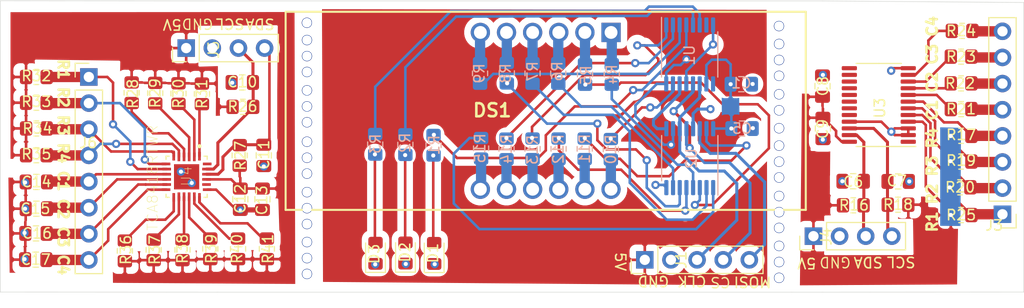
<source format=kicad_pcb>
(kicad_pcb (version 20221018) (generator pcbnew)
  (layers (0 "F.Cu" power "PWR_Signal") (1 "In1.Cu" power "GND") (2 "In2.Cu" power "GND.") (31 "B.Cu" signal "PWR_Signal_1") (34 "B.Paste" user) (35 "F.Paste" user) (36 "B.SilkS" user "B.Silkscreen") (37 "F.SilkS" user "F.Silkscreen") (38 "B.Mask" user) (39 "F.Mask" user) (44 "Edge.Cuts" user))
  (net 0 "")
  (net 1 "Serial_Data")
  (net 2 "R_Clk_CS")
  (net 3 "SR_Clk")
  (net 4 "SDA")
  (net 5 "SCL")
  (net 6 "Net-(DS1-Pad1)")
  (net 7 "Net-(DS1-Pad2)")
  (net 8 "Net-(DS1-Pad3)")
  (net 9 "Net-(DS1-Pad4)")
  (net 10 "Net-(DS1-Pad5)")
  (net 11 "Net-(DS1-Pad6)")
  (net 12 "Net-(DS1-Pad7)")
  (net 13 "Net-(DS1-Pad8)")
  (net 14 "Net-(DS1-Pad9)")
  (net 15 "Net-(DS1-Pad10)")
  (net 16 "Net-(DS1-Pad11)")
  (net 17 "Net-(DS1-Pad12)")
  (net 18 "Row1")
  (net 19 "Row2")
  (net 20 "Row3")
  (net 21 "Row4")
  (net 22 "Net-(J3-Pad5)")
  (net 23 "Net-(J3-Pad6)")
  (net 24 "Net-(J3-Pad7)")
  (net 25 "Net-(J3-Pad8)")
  (net 26 "SEG_5")
  (net 27 "SEG_4")
  (net 28 "SEG_8")
  (net 29 "SEG_3")
  (net 30 "SEG_7")
  (net 31 "DIG_4")
  (net 32 "DIG_1")
  (net 33 "SEG_1")
  (net 34 "SEG_6")
  (net 35 "DIG_2")
  (net 36 "DIG_3")
  (net 37 "SEG_2")
  (net 38 "Column1")
  (net 39 "Column2")
  (net 40 "Column3")
  (net 41 "Column4")
  (net 42 "Net-(U1-Pad7)")
  (net 43 "Net-(U1-Pad9)")
  (net 44 "Serial")
  (net 45 "Net-(U3-Pad1)")
  (net 46 "Net-(U3-Pad13)")
  (net 47 "Net-(U3-Pad14)")
  (net 48 "Net-(U3-Pad15)")
  (net 49 "Net-(U3-Pad16)")
  (net 50 "Net-(U3-Pad17)")
  (net 51 "Net-(U3-Pad18)")
  (net 52 "Net-(U3-Pad19)")
  (net 53 "Net-(U3-Pad20)")
  (net 54 "Net-(U4-Pad20)")
  (net 55 "Net-(U4-Pad24)")
  (net 56 "GND_1")
  (net 57 "5V_1")
  (net 58 "SCL_1")
  (net 59 "SDA_1")
  (net 60 "Row1_1")
  (net 61 "Row2_1")
  (net 62 "Row3_1")
  (net 63 "Row4_1")
  (net 64 "Column1_1")
  (net 65 "Column2_1")
  (net 66 "Column3_1")
  (net 67 "Column4_1")
  (net 68 "Net-(R28-Pad2)")
  (net 69 "Net-(R29-Pad2)")
  (net 70 "Net-(R30-Pad2)")
  (net 71 "Net-(R36-Pad1)")
  (net 72 "Net-(R37-Pad1)")
  (net 73 "Net-(R38-Pad1)")
  (net 74 "Net-(R39-Pad1)")
  (net 75 "Net-(R40-Pad1)")
  (net 76 "Net-(R31-Pad2)")
  (net 77 "Net-(R41-Pad1)")
  (net 78 "GND_2")
  (net 79 "5V_2")
  (net 80 "GND_3")
  (net 81 "5V_3")
  (net 82 "Net-(D1-Pad2)")
  (net 83 "Net-(D2-Pad2)")
  (net 84 "Net-(D3-Pad2)")
  (net 85 "Net-(R1-Pad2)")
  (net 86 "Net-(R2-Pad2)")
  (net 87 "Net-(R3-Pad2)")
  (footprint "Capacitor_SMD:C_0805_2012Metric_Pad1.18x1.45mm_HandSolder" (layer "F.Cu") (at 181.08 78.22 180)
    (fp_text reference "C6")
    (fp_text value "100n")
  )
  (footprint "Capacitor_SMD:C_0805_2012Metric_Pad1.18x1.45mm_HandSolder" (layer "F.Cu") (at 185.4525 78.24)
    (fp_text reference "C7")
    (fp_text value "100n")
  )
  (footprint "Capacitor_SMD:C_0805_2012Metric_Pad1.18x1.45mm_HandSolder" (layer "F.Cu") (at 178.1 68.9775 -90)
    (fp_text reference "C8")
    (fp_text value "1u")
  )
  (footprint "Capacitor_SMD:C_0805_2012Metric_Pad1.18x1.45mm_HandSolder" (layer "F.Cu") (at 178.14 73.09 90)
    (fp_text reference "C9")
    (fp_text value "100n")
  )
  (footprint "Capacitor_SMD:C_0805_2012Metric_Pad1.18x1.45mm_HandSolder" (layer "F.Cu") (at 121.7125 68.62 180)
    (fp_text reference "C10")
    (fp_text value "100n")
  )
  (footprint "Capacitor_SMD:C_0805_2012Metric_Pad1.18x1.45mm_HandSolder" (layer "F.Cu") (at 123.8 75.71 -90)
    (fp_text reference "C11")
    (fp_text value "100n")
  )
  (footprint "Capacitor_SMD:C_0805_2012Metric_Pad1.18x1.45mm_HandSolder" (layer "F.Cu") (at 121.52 79.97 90)
    (fp_text reference "C12")
    (fp_text value "1u")
  )
  (footprint "Capacitor_SMD:C_0805_2012Metric_Pad1.18x1.45mm_HandSolder" (layer "F.Cu") (at 123.67 79.97 90)
    (fp_text reference "C13")
    (fp_text value "100n")
  )
  (footprint "User_Footprint:DIPS1524W75P254L5030H825Q12N" (layer "F.Cu") (at 152.47 71.38 180)
    (fp_text reference "DS1")
    (fp_text value "LTC-5623G" hide)
  )
  (footprint "Connector_PinHeader_2.54mm:PinHeader_1x08_P2.54mm_Vertical" (layer "F.Cu") (at 195.59 81.43 180)
    (fp_text reference "J3")
    (fp_text value "Conn_01x08")
  )
  (footprint "Resistor_SMD:R_0805_2012Metric_Pad1.20x1.40mm_HandSolder" (layer "F.Cu") (at 181.09 80.56)
    (fp_text reference "R16")
    (fp_text value "4.7K")
  )
  (footprint "Resistor_SMD:R_0805_2012Metric_Pad1.20x1.40mm_HandSolder" (layer "F.Cu") (at 185.44 80.5 180)
    (fp_text reference "R18")
    (fp_text value "4.7K")
  )
  (footprint "Resistor_SMD:R_0805_2012Metric_Pad1.20x1.40mm_HandSolder" (layer "F.Cu") (at 191.57 73.81)
    (fp_text reference "R17")
    (fp_text value "10K")
  )
  (footprint "Resistor_SMD:R_0805_2012Metric_Pad1.20x1.40mm_HandSolder" (layer "F.Cu") (at 191.57 76.31)
    (fp_text reference "R19")
    (fp_text value "10K")
  )
  (footprint "Resistor_SMD:R_0805_2012Metric_Pad1.20x1.40mm_HandSolder" (layer "F.Cu") (at 191.47 78.81)
    (fp_text reference "R20")
    (fp_text value "10K")
  )
  (footprint "Resistor_SMD:R_0805_2012Metric_Pad1.20x1.40mm_HandSolder" (layer "F.Cu") (at 191.57 71.21)
    (fp_text reference "R21")
    (fp_text value "100R")
  )
  (footprint "Resistor_SMD:R_0805_2012Metric_Pad1.20x1.40mm_HandSolder" (layer "F.Cu") (at 191.57 68.71)
    (fp_text reference "R22")
    (fp_text value "100R")
  )
  (footprint "Resistor_SMD:R_0805_2012Metric_Pad1.20x1.40mm_HandSolder" (layer "F.Cu") (at 191.57 66.11)
    (fp_text reference "R23")
    (fp_text value "100R")
  )
  (footprint "Resistor_SMD:R_0805_2012Metric_Pad1.20x1.40mm_HandSolder" (layer "F.Cu") (at 191.67 63.61)
    (fp_text reference "R24")
    (fp_text value "100R")
  )
  (footprint "Resistor_SMD:R_0805_2012Metric_Pad1.20x1.40mm_HandSolder" (layer "F.Cu") (at 191.57 81.51)
    (fp_text reference "R25")
    (fp_text value "10K")
  )
  (footprint "Resistor_SMD:R_0805_2012Metric_Pad1.20x1.40mm_HandSolder" (layer "F.Cu") (at 121.77 70.99)
    (fp_text reference "R26")
    (fp_text value "4.7K")
  )
  (footprint "Resistor_SMD:R_0805_2012Metric_Pad1.20x1.40mm_HandSolder" (layer "F.Cu") (at 121.46 75.71 90)
    (fp_text reference "R27")
    (fp_text value "4.7K")
  )
  (footprint "Package_SO:TSSOP-24_4.4x7.8mm_P0.65mm" (layer "F.Cu") (at 183.57 70.81 180)
    (fp_text reference "U3")
    (fp_text value "TCA9535PWR")
  )
  (footprint "Connector_PinHeader_2.54mm:PinHeader_1x08_P2.54mm_Vertical" (layer "F.Cu") (at 106.8 68.09)
    (fp_text reference "J6")
    (fp_text value "Conn_01x08")
  )
  (footprint "Resistor_SMD:R_0805_2012Metric_Pad1.20x1.40mm_HandSolder" (layer "F.Cu") (at 117.79 69.73 -90)
    (fp_text reference "R31")
    (fp_text value "10K")
  )
  (footprint "Resistor_SMD:R_0805_2012Metric_Pad1.20x1.40mm_HandSolder" (layer "F.Cu") (at 115.51 69.7 -90)
    (fp_text reference "R30")
    (fp_text value "10K")
  )
  (footprint "Resistor_SMD:R_0805_2012Metric_Pad1.20x1.40mm_HandSolder" (layer "F.Cu") (at 113.25 69.66 -90)
    (fp_text reference "R29")
    (fp_text value "10K")
  )
  (footprint "Resistor_SMD:R_0805_2012Metric_Pad1.20x1.40mm_HandSolder" (layer "F.Cu") (at 110.96 69.62 -90)
    (fp_text reference "R28")
    (fp_text value "10K")
  )
  (footprint "Capacitor_SMD:C_0805_2012Metric_Pad1.18x1.45mm_HandSolder" (layer "F.Cu") (at 101.7 78.29 180)
    (fp_text reference "C14")
    (fp_text value "100n")
  )
  (footprint "Capacitor_SMD:C_0805_2012Metric_Pad1.18x1.45mm_HandSolder" (layer "F.Cu") (at 101.7 80.89 180)
    (fp_text reference "C15")
    (fp_text value "100n")
  )
  (footprint "Capacitor_SMD:C_0805_2012Metric_Pad1.18x1.45mm_HandSolder" (layer "F.Cu") (at 101.6625 83.29 180)
    (fp_text reference "C16")
    (fp_text value "100n")
  )
  (footprint "Capacitor_SMD:C_0805_2012Metric_Pad1.18x1.45mm_HandSolder" (layer "F.Cu") (at 101.6375 85.84 180)
    (fp_text reference "C17")
    (fp_text value "100n")
  )
  (footprint "Resistor_SMD:R_0805_2012Metric_Pad1.20x1.40mm_HandSolder" (layer "F.Cu") (at 101.7 68.09)
    (fp_text reference "R32")
    (fp_text value "10K")
  )
  (footprint "Resistor_SMD:R_0805_2012Metric_Pad1.20x1.40mm_HandSolder" (layer "F.Cu") (at 101.7 70.59)
    (fp_text reference "R33")
    (fp_text value "10K")
  )
  (footprint "Resistor_SMD:R_0805_2012Metric_Pad1.20x1.40mm_HandSolder" (layer "F.Cu") (at 101.7 73.09)
    (fp_text reference "R34")
    (fp_text value "10K")
  )
  (footprint "Resistor_SMD:R_0805_2012Metric_Pad1.20x1.40mm_HandSolder" (layer "F.Cu") (at 110.3 84.99 -90)
    (fp_text reference "R36")
    (fp_text value "10K")
  )
  (footprint "Resistor_SMD:R_0805_2012Metric_Pad1.20x1.40mm_HandSolder" (layer "F.Cu") (at 113.1 84.89 -90)
    (fp_text reference "R37")
    (fp_text value "10K")
  )
  (footprint "Resistor_SMD:R_0805_2012Metric_Pad1.20x1.40mm_HandSolder" (layer "F.Cu") (at 115.9 84.89 -90)
    (fp_text reference "R38")
    (fp_text value "10K")
  )
  (footprint "Resistor_SMD:R_0805_2012Metric_Pad1.20x1.40mm_HandSolder" (layer "F.Cu") (at 118.6 84.79 -90)
    (fp_text reference "R39")
    (fp_text value "10K")
  )
  (footprint "Resistor_SMD:R_0805_2012Metric_Pad1.20x1.40mm_HandSolder" (layer "F.Cu") (at 121.3 84.79 -90)
    (fp_text reference "R40")
    (fp_text value "10K")
  )
  (footprint "Resistor_SMD:R_0805_2012Metric_Pad1.20x1.40mm_HandSolder" (layer "F.Cu") (at 124.1 84.79 -90)
    (fp_text reference "R41")
    (fp_text value "10K")
  )
  (footprint "Resistor_SMD:R_0805_2012Metric_Pad1.20x1.40mm_HandSolder" (layer "F.Cu") (at 101.7 75.69)
    (fp_text reference "R35")
    (fp_text value "10K")
  )
  (footprint "User_Footprint:QFN50P400X400X80-25N" (layer "F.Cu") (at 116.3 77.79 -90)
    (fp_text reference "U4")
    (fp_text value "TCA8418RTWR")
  )
  (footprint "Connector_PinHeader_2.54mm:PinHeader_1x04_P2.54mm_Vertical" (layer "F.Cu") (at 177.22 83.56 90)
    (fp_text reference "J4")
    (fp_text value "Conn_01x04")
  )
  (footprint "Connector_PinHeader_2.54mm:PinHeader_1x04_P2.54mm_Vertical" (layer "F.Cu") (at 116.26 65.28 90)
    (fp_text reference "J5")
    (fp_text value "Conn_01x04")
  )
  (footprint "Connector_PinHeader_2.54mm:PinHeader_1x05_P2.54mm_Vertical" (layer "F.Cu") (at 160.83 85.86 90)
    (fp_text reference "J1")
    (fp_text value "Conn_01x05")
  )
  (footprint "LED_SMD:LED_0805_2012Metric_Pad1.15x1.40mm_HandSolder" (layer "F.Cu") (at 140.36 85.235 90)
    (fp_text reference "D1")
    (fp_text value "LED")
  )
  (footprint "LED_SMD:LED_0805_2012Metric_Pad1.15x1.40mm_HandSolder" (layer "F.Cu") (at 137.57 85.195 90)
    (fp_text reference "D2")
    (fp_text value "LED")
  )
  (footprint "LED_SMD:LED_0805_2012Metric_Pad1.15x1.40mm_HandSolder" (layer "F.Cu") (at 134.66 85.22 90)
    (fp_text reference "D3")
    (fp_text value "LED")
  )
  (footprint "Capacitor_SMD:C_0805_2012Metric_Pad1.18x1.45mm_HandSolder" (layer "B.Cu") (at 170.21 68.79)
    (fp_text reference "C1")
    (fp_text value "100n")
  )
  (footprint "Capacitor_SMD:C_0805_2012Metric_Pad1.18x1.45mm_HandSolder" (layer "B.Cu") (at 170.28 73.1)
    (fp_text reference "C5")
    (fp_text value "100n")
  )
  (footprint "Resistor_SMD:R_0805_2012Metric_Pad1.20x1.40mm_HandSolder" (layer "B.Cu") (at 157.62 67.84 -90)
    (fp_text reference "R4")
    (fp_text value "270R")
  )
  (footprint "Resistor_SMD:R_0805_2012Metric_Pad1.20x1.40mm_HandSolder" (layer "B.Cu") (at 155.02 67.84 -90)
    (fp_text reference "R5")
    (fp_text value "270R")
  )
  (footprint "Resistor_SMD:R_0805_2012Metric_Pad1.20x1.40mm_HandSolder" (layer "B.Cu") (at 152.42 67.74 -90)
    (fp_text reference "R6")
    (fp_text value "270R")
  )
  (footprint "Resistor_SMD:R_0805_2012Metric_Pad1.20x1.40mm_HandSolder" (layer "B.Cu") (at 149.92 67.74 -90)
    (fp_text reference "R7")
    (fp_text value "270R")
  )
  (footprint "Resistor_SMD:R_0805_2012Metric_Pad1.20x1.40mm_HandSolder" (layer "B.Cu") (at 147.42 67.715001 -90)
    (fp_text reference "R8")
    (fp_text value "270R")
  )
  (footprint "Resistor_SMD:R_0805_2012Metric_Pad1.20x1.40mm_HandSolder" (layer "B.Cu") (at 144.82 67.74 -90)
    (fp_text reference "R9")
    (fp_text value "270R")
  )
  (footprint "Resistor_SMD:R_0805_2012Metric_Pad1.20x1.40mm_HandSolder" (layer "B.Cu") (at 157.53 75.12 -90)
    (fp_text reference "R10")
    (fp_text value "270R")
  )
  (footprint "Resistor_SMD:R_0805_2012Metric_Pad1.20x1.40mm_HandSolder" (layer "B.Cu") (at 154.99 75.07 -90)
    (fp_text reference "R11")
    (fp_text value "270R")
  )
  (footprint "Resistor_SMD:R_0805_2012Metric_Pad1.20x1.40mm_HandSolder" (layer "B.Cu") (at 152.45 75.07 -90)
    (fp_text reference "R12")
    (fp_text value "270R")
  )
  (footprint "Resistor_SMD:R_0805_2012Metric_Pad1.20x1.40mm_HandSolder" (layer "B.Cu") (at 149.92 75.07 -90)
    (fp_text reference "R13")
    (fp_text value "270R")
  )
  (footprint "Resistor_SMD:R_0805_2012Metric_Pad1.20x1.40mm_HandSolder" (layer "B.Cu") (at 147.39 75.08 -90)
    (fp_text reference "R14")
    (fp_text value "270R")
  )
  (footprint "Resistor_SMD:R_0805_2012Metric_Pad1.20x1.40mm_HandSolder" (layer "B.Cu") (at 144.92 75.02 -90)
    (fp_text reference "R15")
    (fp_text value "270R")
  )
  (footprint "Resistor_SMD:R_0805_2012Metric_Pad1.20x1.40mm_HandSolder" (layer "B.Cu") (at 140.3 74.72 90)
    (fp_text reference "R1")
    (fp_text value "270R")
  )
  (footprint "Resistor_SMD:R_0805_2012Metric_Pad1.20x1.40mm_HandSolder" (layer "B.Cu") (at 137.56 74.66 90)
    (fp_text reference "R2")
    (fp_text value "270R")
  )
  (footprint "Resistor_SMD:R_0805_2012Metric_Pad1.20x1.40mm_HandSolder" (layer "B.Cu") (at 134.63 74.63 90)
    (fp_text reference "R3")
    (fp_text value "270R")
  )
  (footprint "Package_SO:TSSOP-16_4.4x5mm_P0.65mm" (layer "B.Cu") (at 165.19 65.9 -90)
    (fp_text reference "U1")
    (fp_text value "74HC595")
  )
  (footprint "Package_SO:TSSOP-16_4.4x5mm_P0.65mm" (layer "B.Cu") (at 165.2 75.98 90)
    (fp_text reference "U2")
    (fp_text value "74HC595")
  )
  (gr_line (start 175.1 89) (end 119.3 89) (stroke (width 0.05)) (layer "Edge.Cuts"))
  (gr_line (start 119.3 89) (end 98.19 88.99) (stroke (width 0.05)) (layer "Edge.Cuts"))
  (gr_line (start 119.3 60.7) (end 178.1 60.7) (stroke (width 0.05)) (layer "Edge.Cuts"))
  (gr_line (start 178.1 60.7) (end 197.66 60.85) (stroke (width 0.05)) (layer "Edge.Cuts"))
  (gr_line (start 197.66 60.85) (end 197.66 88.99) (stroke (width 0.05)) (layer "Edge.Cuts"))
  (gr_line (start 178.1 89) (end 197.66 88.99) (stroke (width 0.05)) (layer "Edge.Cuts"))
  (gr_line (start 119.3 60.7) (end 98.2 60.68) (stroke (width 0.05)) (layer "Edge.Cuts"))
  (gr_line (start 98.19 88.99) (end 98.2 60.68) (stroke (width 0.05)) (layer "Edge.Cuts"))
  (gr_line (start 175.1 89) (end 178.1 89) (stroke (width 0.05)) (layer "Edge.Cuts"))
  (gr_text "SDA" (at 123.43 62.93 180) (layer "F.SilkS") (effects (font (size 1 1))))
  (gr_text "SCL" (at 185.74 86.07 180) (layer "F.SilkS") (effects (font (size 1 1))))
  (gr_text "GND\n" (at 179.33 86.09 180) (layer "F.SilkS") (effects (font (size 1 1) (thickness 0.125))))
  (gr_text "SDA" (at 182.54 86.09 180) (layer "F.SilkS") (effects (font (size 1 1))))
  (gr_text "5V" (at 176.57 86.18 180) (layer "F.SilkS") (effects (font (size 1 1))))
  (gr_text "R1 R2 R3 R4 C1 C2 C3 C4" (at 188.76 72.66 90) (layer "F.SilkS") (effects (font (size 1 1) (thickness 0.25))))
  (gr_text "MOSI" (at 171.3 88 180) (layer "F.SilkS") (effects (font (size 1 1))))
  (gr_text "GND\n" (at 117.36 62.92 180) (layer "F.SilkS") (effects (font (size 1 1) (thickness 0.125))))
  (gr_text "5V" (at 114.9 62.99 180) (layer "F.SilkS") (effects (font (size 1 1))))
  (gr_text "R1 R2 R3 R4 C1 C2 C3 C4" (at 104.31 76.85 -90) (layer "F.SilkS") (effects (font (size 1 1) (thickness 0.25))))
  (gr_text "SCL" (at 120.53 62.92 180) (layer "F.SilkS") (effects (font (size 1 1))))
  (gr_text "CLK" (at 165.4 87.93 180) (layer "F.SilkS") (effects (font (size 1 1))))
  (gr_text "GND" (at 161.66 87.93 180) (layer "F.SilkS") (effects (font (size 1 1))))
  (gr_text "CS" (at 168.18 88.04 180) (layer "F.SilkS") (effects (font (size 1 1) (thickness 0.125))))
  (gr_text "5V" (at 158.45 86.04 270) (layer "F.SilkS") (effects (font (size 1 1))))
  (via (at 128 87.23) (size 1) (drill 0.9) (layers "F.Cu" "B.Cu") (net 0))
  (via (at 128 80.84) (size 1) (drill 0.9) (layers "F.Cu" "B.Cu") (net 0))
  (via (at 128 79.28) (size 1) (drill 0.9) (layers "F.Cu" "B.Cu") (net 0))
  (via (at 128 82.38) (size 1) (drill 0.9) (layers "F.Cu" "B.Cu") (net 0))
  (via (at 173.88 82.76) (size 1) (drill 0.9) (layers "F.Cu" "B.Cu") (net 0))
  (via (at 173.88 64.88) (size 1) (drill 0.9) (layers "F.Cu" "B.Cu") (net 0))
  (via (at 173.88 81.22) (size 1) (drill 0.9) (layers "F.Cu" "B.Cu") (net 0))
  (via (at 173.88 86.07) (size 1) (drill 0.9) (layers "F.Cu" "B.Cu") (net 0))
  (via (at 173.88 79.66) (size 1) (drill 0.9) (layers "F.Cu" "B.Cu") (net 0))
  (via (at 173.88 74.76) (size 1) (drill 0.9) (layers "F.Cu" "B.Cu") (net 0))
  (via (at 173.88 67.98) (size 1) (drill 0.9) (layers "F.Cu" "B.Cu") (net 0))
  (via (at 173.88 76.32) (size 1) (drill 0.9) (layers "F.Cu" "B.Cu") (net 0))
  (via (at 173.88 69.77) (size 1) (drill 0.9) (layers "F.Cu" "B.Cu") (net 0))
  (via (at 173.88 71.33) (size 1) (drill 0.9) (layers "F.Cu" "B.Cu") (net 0))
  (via (at 173.88 66.44) (size 1) (drill 0.9) (layers "F.Cu" "B.Cu") (net 0))
  (via (at 173.88 84.51) (size 1) (drill 0.9) (layers "F.Cu" "B.Cu") (net 0))
  (via (at 173.88 77.86) (size 1) (drill 0.9) (layers "F.Cu" "B.Cu") (net 0))
  (via (at 173.88 87.61) (size 1) (drill 0.9) (layers "F.Cu" "B.Cu") (net 0))
  (via (at 127.99 62.82) (size 1) (drill 0.9) (layers "F.Cu" "B.Cu") (net 0))
  (via (at 173.88 73.07) (size 1) (drill 0.9) (layers "F.Cu" "B.Cu") (net 0))
  (via (at 128 84.13) (size 1) (drill 0.9) (layers "F.Cu" "B.Cu") (net 0))
  (via (at 173.87 63.14) (size 1) (drill 0.9) (layers "F.Cu" "B.Cu") (net 0))
  (via (at 128 75.94) (size 1) (drill 0.9) (layers "F.Cu" "B.Cu") (net 0))
  (via (at 128 64.5) (size 1) (drill 0.9) (layers "F.Cu" "B.Cu") (net 0))
  (via (at 128 74.38) (size 1) (drill 0.9) (layers "F.Cu" "B.Cu") (net 0))
  (via (at 128 70.95) (size 1) (drill 0.9) (layers "F.Cu" "B.Cu") (net 0))
  (via (at 128 66.06) (size 1) (drill 0.9) (layers "F.Cu" "B.Cu") (net 0))
  (via (at 128 85.69) (size 1) (drill 0.9) (layers "F.Cu" "B.Cu") (net 0))
  (via (at 128 67.6) (size 1) (drill 0.9) (layers "F.Cu" "B.Cu") (net 0))
  (via (at 128 77.48) (size 1) (drill 0.9) (layers "F.Cu" "B.Cu") (net 0))
  (via (at 128 69.39) (size 1) (drill 0.9) (layers "F.Cu" "B.Cu") (net 0))
  (via (at 128 72.49) (size 1) (drill 0.9) (layers "F.Cu" "B.Cu") (net 0))
  (segment (start 167.19 75.51) (end 169.68 75.51) (width 0.29337) (layer "B.Cu") (net 1))
  (segment (start 166.175 73.1175) (end 166.175 74.495) (width 0.29337) (layer "B.Cu") (net 1))
  (segment (start 172.47 84.38) (end 172.47 78.3) (width 0.29337) (layer "B.Cu") (net 1))
  (segment (start 166.175 74.495) (end 167.19 75.51) (width 0.29337) (layer "B.Cu") (net 1))
  (segment (start 169.68 75.51) (end 172.47 78.3) (width 0.29337) (layer "B.Cu") (net 1))
  (segment (start 170.99 85.86) (end 172.47 84.38) (width 0.29337) (layer "B.Cu") (net 1))
  (segment (start 165.19 72.97) (end 163.63 71.41) (width 0.29337) (layer "F.Cu") (net 2))
  (segment (start 165.19 74.99) (end 165.19 72.97) (width 0.29337) (layer "F.Cu") (net 2))
  (via (at 165.19 74.99) (size 0.8) (drill 0.4) (layers "F.Cu" "B.Cu") (net 2))
  (via (at 163.63 71.41) (size 0.8) (drill 0.4) (layers "F.Cu" "B.Cu") (net 2))
  (segment (start 165.19 74.99) (end 165.19 74.99) (width 0.29337) (layer "B.Cu") (net 2))
  (segment (start 164.875 73.1175) (end 164.875 72.895) (width 0.29337) (layer "B.Cu") (net 2))
  (segment (start 165.515 69.525) (end 163.63 71.41) (width 0.29337) (layer "B.Cu") (net 2))
  (segment (start 169.08 76.43) (end 166.63 76.43) (width 0.25) (layer "B.Cu") (net 2))
  (segment (start 164.875 74.675) (end 165.19 74.99) (width 0.29337) (layer "B.Cu") (net 2))
  (segment (start 164.875 73.1175) (end 164.875 74.675) (width 0.29337) (layer "B.Cu") (net 2))
  (segment (start 169.08 76.43) (end 171.06 78.41) (width 0.29337) (layer "B.Cu") (net 2))
  (segment (start 171.06 83.25) (end 171.06 78.41) (width 0.29337) (layer "B.Cu") (net 2))
  (segment (start 164.875 72.895) (end 164.89 72.88) (width 0.29337) (layer "B.Cu") (net 2))
  (segment (start 166.63 76.43) (end 165.19 74.99) (width 0.25) (layer "B.Cu") (net 2))
  (segment (start 168.45 85.86) (end 171.06 83.25) (width 0.29337) (layer "B.Cu") (net 2))
  (segment (start 165.515 68.7625) (end 165.515 69.525) (width 0.29337) (layer "B.Cu") (net 2))
  (segment (start 166.1 77.23) (end 168.56 77.23) (width 0.29337) (layer "B.Cu") (net 3))
  (segment (start 166.165 68.7625) (end 166.165 69.915) (width 0.29337) (layer "B.Cu") (net 3))
  (segment (start 168.56 77.23) (end 169.77 78.44) (width 0.29337) (layer "B.Cu") (net 3))
  (segment (start 164.225 72.025) (end 166.165 70.085) (width 0.29337) (layer "B.Cu") (net 3))
  (segment (start 169.77 82) (end 169.77 78.44) (width 0.29337) (layer "B.Cu") (net 3))
  (segment (start 164.225 73.1175) (end 164.225 72.025) (width 0.29337) (layer "B.Cu") (net 3))
  (segment (start 164.225 75.355) (end 166.1 77.23) (width 0.29337) (layer "B.Cu") (net 3))
  (segment (start 164.225 73.1175) (end 164.225 75.355) (width 0.29337) (layer "B.Cu") (net 3))
  (segment (start 166.165 70.085) (end 166.165 69.915) (width 0.29337) (layer "B.Cu") (net 3))
  (segment (start 165.91 85.86) (end 169.77 82) (width 0.29337) (layer "B.Cu") (net 3))
  (segment (start 180.7075 73.735) (end 181.426724 73.735) (width 0.29337) (layer "F.Cu") (net 4))
  (segment (start 182.1175 74.425776) (end 182.1175 78.22) (width 0.29337) (layer "F.Cu") (net 4))
  (segment (start 182.1175 80.5325) (end 182.09 80.56) (width 0.29337) (layer "F.Cu") (net 4))
  (segment (start 182.09 83.35) (end 182.3 83.56) (width 0.29337) (layer "F.Cu") (net 4))
  (segment (start 182.09 80.56) (end 182.09 83.35) (width 0.29337) (layer "F.Cu") (net 4))
  (segment (start 181.426724 73.735) (end 182.1175 74.425776) (width 0.29337) (layer "F.Cu") (net 4))
  (segment (start 182.1175 78.22) (end 182.1175 80.5325) (width 0.29337) (layer "F.Cu") (net 4))
  (segment (start 184.415 78.24) (end 184.415 80.475) (width 0.29337) (layer "F.Cu") (net 5))
  (segment (start 184.44 83.16) (end 184.84 83.56) (width 0.29337) (layer "F.Cu") (net 5))
  (segment (start 184.44 80.5) (end 184.44 83.16) (width 0.29337) (layer "F.Cu") (net 5))
  (segment (start 184.415 74.425) (end 184.415 78.24) (width 0.29337) (layer "F.Cu") (net 5))
  (segment (start 184.415 80.475) (end 184.44 80.5) (width 0.29337) (layer "F.Cu") (net 5))
  (segment (start 183.075 73.085) (end 184.415 74.425) (width 0.29337) (layer "F.Cu") (net 5))
  (segment (start 180.7075 73.085) (end 183.075 73.085) (width 0.29337) (layer "F.Cu") (net 5))
  (segment (start 157.62 66.84) (end 157.62 63.83) (width 1) (layer "B.Cu") (net 6))
  (segment (start 157.62 63.83) (end 157.55 63.76) (width 1) (layer "B.Cu") (net 6))
  (segment (start 155.02 63.77) (end 155.01 63.76) (width 1) (layer "B.Cu") (net 7))
  (segment (start 155.02 66.84) (end 155.02 63.77) (width 1) (layer "B.Cu") (net 7))
  (segment (start 152.42 63.81) (end 152.47 63.76) (width 1) (layer "B.Cu") (net 8))
  (segment (start 152.42 66.74) (end 152.42 63.81) (width 1) (layer "B.Cu") (net 8))
  (segment (start 149.92 66.74) (end 149.92 63.77) (width 1) (layer "B.Cu") (net 9))
  (segment (start 149.92 63.77) (end 149.93 63.76) (width 1) (layer "B.Cu") (net 9))
  (segment (start 147.42 63.79) (end 147.39 63.76) (width 1) (layer "B.Cu") (net 10))
  (segment (start 147.42 66.715001) (end 147.42 63.79) (width 1) (layer "B.Cu") (net 10))
  (segment (start 144.82 66.74) (end 144.82 63.79) (width 1) (layer "B.Cu") (net 11))
  (segment (start 144.82 63.79) (end 144.85 63.76) (width 1) (layer "B.Cu") (net 11))
  (segment (start 144.92 78.93) (end 144.85 79) (width 1) (layer "B.Cu") (net 12))
  (segment (start 144.92 76.02) (end 144.92 78.93) (width 1) (layer "B.Cu") (net 12))
  (segment (start 147.39 76.08) (end 147.39 79) (width 1) (layer "B.Cu") (net 13))
  (segment (start 149.92 78.99) (end 149.93 79) (width 1) (layer "B.Cu") (net 14))
  (segment (start 149.92 76.07) (end 149.92 78.99) (width 1) (layer "B.Cu") (net 14))
  (segment (start 152.45 76.07) (end 152.45 78.98) (width 1) (layer "B.Cu") (net 15))
  (segment (start 152.45 78.98) (end 152.47 79) (width 1) (layer "B.Cu") (net 15))
  (segment (start 154.99 78.98) (end 155.01 79) (width 1) (layer "B.Cu") (net 16))
  (segment (start 154.99 76.07) (end 154.99 78.98) (width 1) (layer "B.Cu") (net 16))
  (segment (start 157.53 76.12) (end 157.53 78.98) (width 1) (layer "B.Cu") (net 17))
  (segment (start 157.53 78.98) (end 157.55 79) (width 1) (layer "B.Cu") (net 17))
  (segment (start 187.81218 72.435) (end 188.13998 72.7628) (width 0.25) (layer "F.Cu") (net 18))
  (segment (start 189.53 80.15) (end 191.21 80.15) (width 0.25) (layer "F.Cu") (net 18))
  (segment (start 188.13998 72.7628) (end 188.13998 78.75998) (width 0.25) (layer "F.Cu") (net 18))
  (segment (start 186.4325 72.435) (end 187.81218 72.435) (width 0.25) (layer "F.Cu") (net 18))
  (segment (start 188.13998 78.75998) (end 189.53 80.15) (width 0.25) (layer "F.Cu") (net 18))
  (segment (start 192.65 81.43) (end 192.57 81.51) (width 1) (layer "F.Cu") (net 18))
  (segment (start 195.51 81.51) (end 195.59 81.43) (width 1) (layer "F.Cu") (net 18))
  (segment (start 191.21 80.15) (end 192.57 81.51) (width 0.25) (layer "F.Cu") (net 18))
  (segment (start 195.59 81.43) (end 192.65 81.43) (width 1) (layer "F.Cu") (net 18))
  (segment (start 190.20681 77.56) (end 190.19681 77.57) (width 0.25) (layer "F.Cu") (net 19))
  (segment (start 192.55 78.89) (end 192.47 78.81) (width 1) (layer "F.Cu") (net 19))
  (segment (start 186.4325 71.785) (end 187.79859 71.785) (width 0.25) (layer "F.Cu") (net 19))
  (segment (start 190.19681 77.57) (end 188.58999 75.96318) (width 0.25) (layer "F.Cu") (net 19))
  (segment (start 187.79859 71.785) (end 188.58999 72.5764) (width 0.25) (layer "F.Cu") (net 19))
  (segment (start 188.58999 72.5764) (end 188.58999 75.96318) (width 0.25) (layer "F.Cu") (net 19))
  (segment (start 192.47 78.81) (end 191.22 77.56) (width 0.25) (layer "F.Cu") (net 19))
  (segment (start 191.22 77.56) (end 190.20681 77.56) (width 0.25) (layer "F.Cu") (net 19))
  (segment (start 195.59 78.89) (end 192.55 78.89) (width 1) (layer "F.Cu") (net 19))
  (segment (start 187.785 71.135) (end 189.04 72.39) (width 0.25) (layer "F.Cu") (net 20))
  (segment (start 192.57 76.31) (end 191.37 75.11) (width 0.25) (layer "F.Cu") (net 20))
  (segment (start 192.61 76.35) (end 192.57 76.31) (width 1) (layer "F.Cu") (net 20))
  (segment (start 191.37 75.11) (end 189.68 75.11) (width 0.25) (layer "F.Cu") (net 20))
  (segment (start 186.4325 71.135) (end 187.785 71.135) (width 0.25) (layer "F.Cu") (net 20))
  (segment (start 189.68 75.11) (end 189.04 74.47) (width 0.25) (layer "F.Cu") (net 20))
  (segment (start 195.59 76.35) (end 192.61 76.35) (width 1) (layer "F.Cu") (net 20))
  (segment (start 189.04 74.47) (end 189.04 72.39) (width 0.25) (layer "F.Cu") (net 20))
  (segment (start 189.9 72.5) (end 187.885 70.485) (width 0.25) (layer "F.Cu") (net 21))
  (segment (start 195.59 73.81) (end 192.57 73.81) (width 1) (layer "F.Cu") (net 21))
  (segment (start 192.57 73.81) (end 191.26 72.5) (width 0.25) (layer "F.Cu") (net 21))
  (segment (start 191.26 72.5) (end 189.9 72.5) (width 0.25) (layer "F.Cu") (net 21))
  (segment (start 187.885 70.485) (end 186.4325 70.485) (width 0.25) (layer "F.Cu") (net 21))
  (segment (start 195.59 71.27) (end 192.63 71.27) (width 1) (layer "F.Cu") (net 22))
  (segment (start 192.63 71.27) (end 192.57 71.21) (width 1) (layer "F.Cu") (net 22))
  (segment (start 192.59 68.73) (end 192.57 68.71) (width 1) (layer "F.Cu") (net 23))
  (segment (start 195.59 68.73) (end 192.59 68.73) (width 1) (layer "F.Cu") (net 23))
  (segment (start 195.59 66.19) (end 192.65 66.19) (width 1) (layer "F.Cu") (net 24))
  (segment (start 192.65 66.19) (end 192.57 66.11) (width 1) (layer "F.Cu") (net 24))
  (segment (start 195.59 63.65) (end 192.71 63.65) (width 1) (layer "F.Cu") (net 25))
  (segment (start 192.71 63.65) (end 192.67 63.61) (width 1) (layer "F.Cu") (net 25))
  (segment (start 164.77 76.62) (end 165.525 77.375) (width 0.25) (layer "B.Cu") (net 26))
  (segment (start 157.62 70.24) (end 164 76.62) (width 0.25) (layer "B.Cu") (net 26))
  (segment (start 164 76.62) (end 164.77 76.62) (width 0.25) (layer "B.Cu") (net 26))
  (segment (start 165.525 77.375) (end 165.525 78.8425) (width 0.25) (layer "B.Cu") (net 26))
  (segment (start 157.62 68.84) (end 157.62 70.24) (width 0.25) (layer "B.Cu") (net 26))
  (segment (start 171.81 70.74) (end 172.89 71.82) (width 0.25) (layer "F.Cu") (net 27))
  (segment (start 172.89 71.82) (end 172.89 75.02) (width 0.25) (layer "F.Cu") (net 27))
  (segment (start 158.505001 68.634999) (end 166.294999 68.634999) (width 0.25) (layer "F.Cu") (net 27))
  (segment (start 155.09 68.87) (end 155.05 68.83) (width 0.25) (layer "F.Cu") (net 27))
  (segment (start 155.05 68.83) (end 158.31 68.83) (width 0.25) (layer "F.Cu") (net 27))
  (segment (start 167.38 80.53) (end 165.7 80.53) (width 0.25) (layer "F.Cu") (net 27))
  (segment (start 158.31 68.83) (end 158.505001 68.634999) (width 0.25) (layer "F.Cu") (net 27))
  (segment (start 166.294999 68.634999) (end 168.4 70.74) (width 0.25) (layer "F.Cu") (net 27))
  (segment (start 172.89 75.02) (end 167.38 80.53) (width 0.25) (layer "F.Cu") (net 27))
  (segment (start 168.4 70.74) (end 171.81 70.74) (width 0.25) (layer "F.Cu") (net 27))
  (via (at 165.7 80.53) (size 0.8) (drill 0.4) (layers "F.Cu" "B.Cu") (net 27))
  (via (at 155.05 68.83) (size 0.8) (drill 0.4) (layers "F.Cu" "B.Cu") (net 27))
  (segment (start 165.7 80.53) (end 165.7 80.53) (width 0.25) (layer "B.Cu") (net 27))
  (segment (start 166.175 78.8425) (end 166.175 80.055) (width 0.25) (layer "B.Cu") (net 27))
  (segment (start 166.175 80.055) (end 165.7 80.53) (width 0.25) (layer "B.Cu") (net 27))
  (segment (start 157.58641 70.97) (end 163.575 76.95859) (width 0.25) (layer "B.Cu") (net 28))
  (segment (start 163.575 76.95859) (end 163.575 78.8425) (width 0.25) (layer "B.Cu") (net 28))
  (segment (start 154.65 70.97) (end 157.58641 70.97) (width 0.25) (layer "B.Cu") (net 28))
  (segment (start 154.65 70.97) (end 152.42 68.74) (width 0.25) (layer "B.Cu") (net 28))
  (segment (start 157.75 71.77) (end 152.95 71.77) (width 0.25) (layer "B.Cu") (net 29))
  (segment (start 162.96 81.96) (end 159.37 78.37) (width 0.25) (layer "B.Cu") (net 29))
  (segment (start 166.825 80.605) (end 165.47 81.96) (width 0.25) (layer "B.Cu") (net 29))
  (segment (start 166.825 78.8425) (end 166.825 80.605) (width 0.25) (layer "B.Cu") (net 29))
  (segment (start 159.37 78.37) (end 159.37 73.39) (width 0.25) (layer "B.Cu") (net 29))
  (segment (start 159.37 73.39) (end 157.75 71.77) (width 0.25) (layer "B.Cu") (net 29))
  (segment (start 165.47 81.96) (end 162.96 81.96) (width 0.25) (layer "B.Cu") (net 29))
  (segment (start 152.95 71.77) (end 149.92 68.74) (width 0.25) (layer "B.Cu") (net 29))
  (segment (start 156.22 72.62) (end 156.22 72.62) (width 0.25) (layer "F.Cu") (net 30))
  (segment (start 156.22 74.24) (end 156.22 72.62) (width 0.25) (layer "F.Cu") (net 30))
  (segment (start 157.11 75.13) (end 156.22 74.24) (width 0.25) (layer "F.Cu") (net 30))
  (segment (start 161.02 76.18) (end 159.97 75.13) (width 0.25) (layer "F.Cu") (net 30))
  (segment (start 159.97 75.13) (end 157.11 75.13) (width 0.25) (layer "F.Cu") (net 30))
  (via (at 147.45 68.7) (size 0.8) (drill 0.4) (layers "F.Cu" "B.Cu") (net 30))
  (via (at 161.02 76.18) (size 0.8) (drill 0.4) (layers "F.Cu" "B.Cu") (net 30))
  (via (at 156.22 72.62) (size 0.8) (drill 0.4) (layers "F.Cu" "B.Cu") (net 30))
  (segment (start 161.02 76.18) (end 161.02 76.18) (width 0.25) (layer "B.Cu") (net 30))
  (segment (start 156.22 72.62) (end 151.324999 72.62) (width 0.25) (layer "B.Cu") (net 30))
  (segment (start 164.225 80.455) (end 164.03 80.65) (width 0.25) (layer "B.Cu") (net 30))
  (segment (start 162.83 80.65) (end 161.02 78.84) (width 0.25) (layer "B.Cu") (net 30))
  (segment (start 164.03 80.65) (end 162.83 80.65) (width 0.25) (layer "B.Cu") (net 30))
  (segment (start 164.225 78.8425) (end 164.225 80.455) (width 0.25) (layer "B.Cu") (net 30))
  (segment (start 151.324999 72.62) (end 147.42 68.715001) (width 0.25) (layer "B.Cu") (net 30))
  (segment (start 161.02 78.84) (end 161.02 76.18) (width 0.25) (layer "B.Cu") (net 30))
  (segment (start 145.15 68.74) (end 146.100009 67.789991) (width 0.25) (layer "B.Cu") (net 31))
  (segment (start 144.82 68.74) (end 145.15 68.74) (width 0.25) (layer "B.Cu") (net 31))
  (segment (start 161.190009 67.789991) (end 164.215 64.765) (width 0.25) (layer "B.Cu") (net 31))
  (segment (start 146.100009 67.789991) (end 161.190009 67.789991) (width 0.25) (layer "B.Cu") (net 31))
  (segment (start 164.215 64.765) (end 164.215 63.0375) (width 0.25) (layer "B.Cu") (net 31))
  (segment (start 161.36 71.05) (end 160.55 71.05) (width 0.25) (layer "F.Cu") (net 32))
  (segment (start 160.55 71.05) (end 157.52 74.08) (width 0.25) (layer "F.Cu") (net 32))
  (via (at 157.52 74.08) (size 0.8) (drill 0.4) (layers "F.Cu" "B.Cu") (net 32))
  (via (at 161.36 71.05) (size 0.8) (drill 0.4) (layers "F.Cu" "B.Cu") (net 32))
  (segment (start 163.565 69.495) (end 163.565 68.7625) (width 0.25) (layer "B.Cu") (net 32))
  (segment (start 161.36 71.05) (end 162.01 71.05) (width 0.25) (layer "B.Cu") (net 32))
  (segment (start 162.01 71.05) (end 163.565 69.495) (width 0.25) (layer "B.Cu") (net 32))
  (segment (start 163.565 68.7625) (end 163.565 69.5) (width 0.25) (layer "B.Cu") (net 32))
  (segment (start 163.2 77.73) (end 160.11 77.73) (width 0.25) (layer "F.Cu") (net 33))
  (segment (start 160.11 77.73) (end 158.42 76.04) (width 0.25) (layer "F.Cu") (net 33))
  (segment (start 158.42 76.04) (end 157.01 76.04) (width 0.25) (layer "F.Cu") (net 33))
  (segment (start 157.01 76.04) (end 155 74.03) (width 0.25) (layer "F.Cu") (net 33))
  (segment (start 164.71 76.22) (end 163.2 77.73) (width 0.25) (layer "F.Cu") (net 33))
  (segment (start 164.71 76.22) (end 169.24 76.22) (width 0.25) (layer "F.Cu") (net 33))
  (segment (start 169.24 76.22) (end 170.71 74.75) (width 0.25) (layer "F.Cu") (net 33))
  (via (at 170.71 74.75) (size 0.8) (drill 0.4) (layers "F.Cu" "B.Cu") (net 33))
  (via (at 155 74.03) (size 0.8) (drill 0.4) (layers "F.Cu" "B.Cu") (net 33))
  (segment (start 170.71 74.75) (end 170.71 74.75) (width 0.25) (layer "B.Cu") (net 33))
  (segment (start 167.21 74.75) (end 170.71 74.75) (width 0.25) (layer "B.Cu") (net 33))
  (segment (start 166.825 73.1175) (end 166.825 74.365) (width 0.25) (layer "B.Cu") (net 33))
  (segment (start 166.825 74.365) (end 167.21 74.75) (width 0.25) (layer "B.Cu") (net 33))
  (segment (start 164.76 81.08) (end 162.51 81.08) (width 0.25) (layer "F.Cu") (net 34))
  (segment (start 158.53 77.1) (end 154.35 77.1) (width 0.25) (layer "F.Cu") (net 34))
  (segment (start 162.51 81.08) (end 158.53 77.1) (width 0.25) (layer "F.Cu") (net 34))
  (segment (start 154.35 77.1) (end 152.48 75.23) (width 0.25) (layer "F.Cu") (net 34))
  (segment (start 152.48 75.23) (end 152.48 74.02) (width 0.25) (layer "F.Cu") (net 34))
  (via (at 164.76 81.08) (size 0.8) (drill 0.4) (layers "F.Cu" "B.Cu") (net 34))
  (via (at 152.48 74.02) (size 0.8) (drill 0.4) (layers "F.Cu" "B.Cu") (net 34))
  (segment (start 164.76 81.08) (end 164.76 81.08) (width 0.25) (layer "B.Cu") (net 34))
  (segment (start 164.875 78.8425) (end 164.875 80.965) (width 0.25) (layer "B.Cu") (net 34))
  (segment (start 164.875 80.965) (end 164.76 81.08) (width 0.25) (layer "B.Cu") (net 34))
  (segment (start 160.82 65.02) (end 162.14 66.34) (width 0.25) (layer "F.Cu") (net 35))
  (segment (start 162.14 66.34) (end 162.14 66.66) (width 0.25) (layer "F.Cu") (net 35))
  (segment (start 162.14 66.66) (end 160.9 67.9) (width 0.25) (layer "F.Cu") (net 35))
  (segment (start 154.906998 67.9) (end 149.87 72.936998) (width 0.25) (layer "F.Cu") (net 35))
  (segment (start 149.87 72.936998) (end 149.87 74.01) (width 0.25) (layer "F.Cu") (net 35))
  (segment (start 160.9 67.9) (end 154.906998 67.9) (width 0.25) (layer "F.Cu") (net 35))
  (segment (start 160.1 65.02) (end 160.82 65.02) (width 0.25) (layer "F.Cu") (net 35))
  (via (at 149.87 74.01) (size 0.8) (drill 0.4) (layers "F.Cu" "B.Cu") (net 35))
  (via (at 160.1 65.02) (size 0.8) (drill 0.4) (layers "F.Cu" "B.Cu") (net 35))
  (segment (start 160.1 65.02) (end 160.1 65.02) (width 0.25) (layer "B.Cu") (net 35))
  (segment (start 162.915 63.0375) (end 162.915 64.245) (width 0.25) (layer "B.Cu") (net 35))
  (segment (start 162.14 65.02) (end 160.1 65.02) (width 0.25) (layer "B.Cu") (net 35))
  (segment (start 162.915 64.245) (end 162.14 65.02) (width 0.25) (layer "B.Cu") (net 35))
  (segment (start 147.38 74.02) (end 154.66 66.74) (width 0.25) (layer "F.Cu") (net 36))
  (segment (start 154.66 66.74) (end 159.9 66.74) (width 0.25) (layer "F.Cu") (net 36))
  (via (at 159.9 66.74) (size 0.8) (drill 0.4) (layers "F.Cu" "B.Cu") (net 36))
  (via (at 147.38 74.02) (size 0.8) (drill 0.4) (layers "F.Cu" "B.Cu") (net 36))
  (segment (start 159.9 66.74) (end 159.9 66.74) (width 0.25) (layer "B.Cu") (net 36))
  (segment (start 163.565 64.385) (end 161.21 66.74) (width 0.25) (layer "B.Cu") (net 36))
  (segment (start 161.21 66.74) (end 159.9 66.74) (width 0.25) (layer "B.Cu") (net 36))
  (segment (start 163.565 63.0375) (end 163.565 64.385) (width 0.25) (layer "B.Cu") (net 36))
  (segment (start 142.27 80.38) (end 144.76 82.87) (width 0.25) (layer "B.Cu") (net 37))
  (segment (start 167.475 81.215) (end 167.475 78.8425) (width 0.25) (layer "B.Cu") (net 37))
  (segment (start 144.92 74.02) (end 143.79 74.02) (width 0.25) (layer "B.Cu") (net 37))
  (segment (start 143.79 74.02) (end 142.27 75.54) (width 0.25) (layer "B.Cu") (net 37))
  (segment (start 165.82 82.87) (end 167.475 81.215) (width 0.25) (layer "B.Cu") (net 37))
  (segment (start 144.76 82.87) (end 165.82 82.87) (width 0.25) (layer "B.Cu") (net 37))
  (segment (start 142.27 75.54) (end 142.27 80.38) (width 0.25) (layer "B.Cu") (net 37))
  (segment (start 186.4325 69.835) (end 189.195 69.835) (width 0.25) (layer "F.Cu") (net 38))
  (segment (start 189.195 69.835) (end 190.57 71.21) (width 0.25) (layer "F.Cu") (net 38))
  (segment (start 186.4325 69.185) (end 190.095 69.185) (width 0.25) (layer "F.Cu") (net 39))
  (segment (start 190.095 69.185) (end 190.57 68.71) (width 0.25) (layer "F.Cu") (net 39))
  (segment (start 186.4325 68.535) (end 188.145 68.535) (width 0.25) (layer "F.Cu") (net 40))
  (segment (start 188.145 68.535) (end 190.57 66.11) (width 0.25) (layer "F.Cu") (net 40))
  (segment (start 188.39 64.54) (end 188.39 66.616058) (width 0.25) (layer "F.Cu") (net 41))
  (segment (start 187.121058 67.885) (end 186.4325 67.885) (width 0.25) (layer "F.Cu") (net 41))
  (segment (start 189.32 63.61) (end 188.39 64.54) (width 0.25) (layer "F.Cu") (net 41))
  (segment (start 188.39 66.616058) (end 187.121058 67.885) (width 0.25) (layer "F.Cu") (net 41))
  (segment (start 190.67 63.61) (end 189.32 63.61) (width 0.25) (layer "F.Cu") (net 41))
  (segment (start 164.215 69.719904) (end 164.215 68.7625) (width 0.29337) (layer "B.Cu") (net 44))
  (segment (start 161.67 72.76) (end 161.67 72.264904) (width 0.29337) (layer "B.Cu") (net 44))
  (segment (start 162.925 73.1175) (end 162.0275 73.1175) (width 0.29337) (layer "B.Cu") (net 44))
  (segment (start 161.67 72.264904) (end 164.215 69.719904) (width 0.29337) (layer "B.Cu") (net 44))
  (segment (start 162.0275 73.1175) (end 161.67 72.76) (width 0.29337) (layer "B.Cu") (net 44))
  (via (at 167.21 71.21) (size 0.8) (drill 0.4) (layers "F.Cu" "B.Cu") (net 56))
  (via (at 171.31 68.77) (size 0.8) (drill 0.4) (layers "F.Cu" "B.Cu") (net 56))
  (via (at 140.41 86.28) (size 0.8) (drill 0.4) (layers "F.Cu" "B.Cu") (net 56))
  (via (at 137.6 86.26) (size 0.8) (drill 0.4) (layers "F.Cu" "B.Cu") (net 56))
  (via (at 134.63 86.3) (size 0.8) (drill 0.4) (layers "F.Cu" "B.Cu") (net 56))
  (via (at 161.87 78.58) (size 0.8) (drill 0.4) (layers "F.Cu" "B.Cu") (net 56))
  (via (at 167.46 64.93) (size 0.8) (drill 0.4) (layers "F.Cu" "B.Cu") (net 56))
  (via (at 171.33 73.06) (size 0.8) (drill 0.4) (layers "F.Cu" "B.Cu") (net 56))
  (segment (start 167.21 71.21) (end 167.21 71.21) (width 0.29337) (layer "B.Cu") (net 56))
  (segment (start 165.525 73.1175) (end 165.525 71.645) (width 0.29337) (layer "B.Cu") (net 56))
  (segment (start 167.465 64.925) (end 167.46 64.93) (width 0.25) (layer "B.Cu") (net 56))
  (segment (start 162.6625 78.58) (end 162.925 78.8425) (width 0.25) (layer "B.Cu") (net 56))
  (segment (start 166.713276 71.21) (end 167.21 71.21) (width 0.29337) (layer "B.Cu") (net 56))
  (segment (start 161.87 78.58) (end 162.6625 78.58) (width 0.25) (layer "B.Cu") (net 56))
  (segment (start 165.96 71.21) (end 166.713276 71.21) (width 0.29337) (layer "B.Cu") (net 56))
  (segment (start 164.865 67.525) (end 167.46 64.93) (width 0.25) (layer "B.Cu") (net 56))
  (segment (start 165.525 71.645) (end 165.96 71.21) (width 0.29337) (layer "B.Cu") (net 56))
  (segment (start 164.865 68.7625) (end 164.865 67.525) (width 0.25) (layer "B.Cu") (net 56))
  (segment (start 167.465 63.0375) (end 167.465 64.925) (width 0.25) (layer "B.Cu") (net 56))
  (via (at 163.385 74.675) (size 0.8) (drill 0.4) (layers "F.Cu" "B.Cu") (net 57))
  (via (at 169.1725 68.79) (size 0.8) (drill 0.4) (layers "F.Cu" "B.Cu") (net 57))
  (via (at 169.2425 73.1) (size 0.8) (drill 0.4) (layers "F.Cu" "B.Cu") (net 57))
  (via (at 164.87 66.37) (size 0.8) (drill 0.4) (layers "F.Cu" "B.Cu") (net 57))
  (segment (start 169.1725 68.79) (end 169.1725 68.79) (width 0.25) (layer "B.Cu") (net 57))
  (segment (start 169.2425 73.1) (end 167.4925 73.1) (width 0.25) (layer "B.Cu") (net 57))
  (segment (start 164.87 66.37) (end 164.87 66.37) (width 0.25) (layer "B.Cu") (net 57))
  (segment (start 167.4925 73.1) (end 167.475 73.1175) (width 0.25) (layer "B.Cu") (net 57))
  (segment (start 167.34 66.41) (end 168.72 66.41) (width 0.25) (layer "B.Cu") (net 57))
  (segment (start 168.72 66.41) (end 169.1725 66.8625) (width 0.25) (layer "B.Cu") (net 57))
  (segment (start 163.385 74.675) (end 162.69141 74.675) (width 0.25) (layer "B.Cu") (net 57))
  (segment (start 166.815 66.935) (end 167.34 66.41) (width 0.25) (layer "B.Cu") (net 57))
  (segment (start 162.915 67.66141) (end 163.64641 66.93) (width 0.25) (layer "B.Cu") (net 57))
  (segment (start 162.915 68.7625) (end 162.915 67.66141) (width 0.25) (layer "B.Cu") (net 57))
  (segment (start 159.92 71.90359) (end 159.92 70.84) (width 0.25) (layer "B.Cu") (net 57))
  (segment (start 159.92 70.84) (end 161.9975 68.7625) (width 0.25) (layer "B.Cu") (net 57))
  (segment (start 163.575 74.485) (end 163.575 73.1175) (width 0.25) (layer "B.Cu") (net 57))
  (segment (start 169.1725 67.5425) (end 169.1725 68.79) (width 0.25) (layer "B.Cu") (net 57))
  (segment (start 162.69141 74.675) (end 159.92 71.90359) (width 0.25) (layer "B.Cu") (net 57))
  (segment (start 169.2425 73.1) (end 169.2425 73.1) (width 0.25) (layer "B.Cu") (net 57))
  (segment (start 161.9975 68.7625) (end 162.915 68.7625) (width 0.25) (layer "B.Cu") (net 57))
  (segment (start 163.385 74.675) (end 163.575 74.485) (width 0.25) (layer "B.Cu") (net 57))
  (segment (start 163.64641 66.93) (end 164.31 66.93) (width 0.25) (layer "B.Cu") (net 57))
  (segment (start 169.1725 66.8625) (end 169.1725 67.5425) (width 0.25) (layer "B.Cu") (net 57))
  (segment (start 166.815 68.7625) (end 166.815 66.935) (width 0.25) (layer "B.Cu") (net 57))
  (segment (start 164.31 66.93) (end 164.87 66.37) (width 0.25) (layer "B.Cu") (net 57))
  (segment (start 122.75 66.69) (end 121.34 65.28) (width 0.29337) (layer "F.Cu") (net 58))
  (segment (start 122.75 68.62) (end 122.75 66.69) (width 0.29337) (layer "F.Cu") (net 58))
  (segment (start 122.77 68.64) (end 122.75 68.62) (width 0.29337) (layer "F.Cu") (net 58))
  (segment (start 119.33662 76.612415) (end 119.33662 74.48338) (width 0.29337) (layer "F.Cu") (net 58))
  (segment (start 122.77 70.99) (end 122.77 71.05) (width 0.29337) (layer "F.Cu") (net 58))
  (segment (start 118.235 77.04) (end 118.909035 77.04) (width 0.29337) (layer "F.Cu") (net 58))
  (segment (start 122.77 70.99) (end 122.77 68.64) (width 0.29337) (layer "F.Cu") (net 58))
  (segment (start 122.77 71.05) (end 119.33662 74.48338) (width 0.29337) (layer "F.Cu") (net 58))
  (segment (start 118.909035 77.04) (end 119.33662 76.612415) (width 0.29337) (layer "F.Cu") (net 58))
  (segment (start 124.35 65.76) (end 124.35 74.1225) (width 0.25) (layer "F.Cu") (net 59))
  (segment (start 121.46 74.71) (end 120.98 74.71) (width 0.29337) (layer "F.Cu") (net 59))
  (segment (start 119.83 77.08) (end 119.37 77.54) (width 0.29337) (layer "F.Cu") (net 59))
  (segment (start 121.4975 74.6725) (end 121.46 74.71) (width 0.29337) (layer "F.Cu") (net 59))
  (segment (start 120.98 74.71) (end 119.83 75.86) (width 0.29337) (layer "F.Cu") (net 59))
  (segment (start 124.35 74.1225) (end 123.8 74.6725) (width 0.25) (layer "F.Cu") (net 59))
  (segment (start 123.8 74.6725) (end 121.4975 74.6725) (width 0.29337) (layer "F.Cu") (net 59))
  (segment (start 123.88 65.29) (end 124.35 65.76) (width 0.25) (layer "F.Cu") (net 59))
  (segment (start 119.37 77.54) (end 118.235 77.54) (width 0.29337) (layer "F.Cu") (net 59))
  (segment (start 119.83 75.86) (end 119.83 77.08) (width 0.29337) (layer "F.Cu") (net 59))
  (segment (start 123.88 65.28) (end 123.88 65.29) (width 0.25) (layer "F.Cu") (net 59))
  (segment (start 123.8 74.6725) (end 123.8 74.66) (width 0.29337) (layer "F.Cu") (net 59))
  (segment (start 110.83 76.33) (end 110.83 76.33) (width 0.25) (layer "F.Cu") (net 60))
  (segment (start 109.15 72.69) (end 109.15 68.64) (width 0.25) (layer "F.Cu") (net 60))
  (segment (start 114.365 77.04) (end 111.54 77.04) (width 0.25) (layer "F.Cu") (net 60))
  (segment (start 108.6 68.09) (end 106.8 68.09) (width 0.25) (layer "F.Cu") (net 60))
  (segment (start 109.15 68.64) (end 108.6 68.09) (width 0.25) (layer "F.Cu") (net 60))
  (segment (start 111.54 77.04) (end 111.53 77.03) (width 0.25) (layer "F.Cu") (net 60))
  (segment (start 106.8 68.09) (end 102.7 68.09) (width 1) (layer "F.Cu") (net 60))
  (segment (start 111.53 77.03) (end 110.83 76.33) (width 0.25) (layer "F.Cu") (net 60))
  (via (at 110.83 76.33) (size 0.8) (drill 0.4) (layers "F.Cu" "B.Cu") (net 60))
  (via (at 109.15 72.69) (size 0.8) (drill 0.4) (layers "F.Cu" "B.Cu") (net 60))
  (segment (start 109.15 72.69) (end 109.15 72.69) (width 0.25) (layer "B.Cu") (net 60))
  (segment (start 110.83 76.33) (end 110.83 74.37) (width 0.25) (layer "B.Cu") (net 60))
  (segment (start 110.83 74.37) (end 109.15 72.69) (width 0.25) (layer "B.Cu") (net 60))
  (segment (start 106.8 70.63) (end 102.74 70.63) (width 1) (layer "F.Cu") (net 61))
  (segment (start 114.3 76.54) (end 112.67 76.54) (width 0.25) (layer "F.Cu") (net 61))
  (segment (start 112.67 76.54) (end 112.24 76.11) (width 0.25) (layer "F.Cu") (net 61))
  (segment (start 106.76 70.59) (end 106.8 70.63) (width 1) (layer "F.Cu") (net 61))
  (segment (start 102.74 70.63) (end 102.7 70.59) (width 1) (layer "F.Cu") (net 61))
  (via (at 112.24 76.11) (size 0.8) (drill 0.4) (layers "F.Cu" "B.Cu") (net 61))
  (segment (start 107.04 70.63) (end 106.8 70.63) (width 0.25) (layer "B.Cu") (net 61))
  (segment (start 109.83 70.63) (end 108.24 70.63) (width 0.25) (layer "B.Cu") (net 61))
  (segment (start 112.24 73.04) (end 109.83 70.63) (width 0.25) (layer "B.Cu") (net 61))
  (segment (start 108.24 70.63) (end 106.8 70.63) (width 0.25) (layer "B.Cu") (net 61))
  (segment (start 112.24 76.11) (end 112.24 73.04) (width 0.25) (layer "B.Cu") (net 61))
  (segment (start 115.05 75.79) (end 115.05 75.51) (width 0.25) (layer "F.Cu") (net 62))
  (segment (start 106.8 73.17) (end 102.78 73.17) (width 1) (layer "F.Cu") (net 62))
  (segment (start 108.96 75.33) (end 106.8 73.17) (width 0.25) (layer "F.Cu") (net 62))
  (segment (start 115.05 75.79) (end 115.05 75.356408) (width 0.25) (layer "F.Cu") (net 62))
  (segment (start 115.05 75.855) (end 115.05 75.74) (width 0.25) (layer "F.Cu") (net 62))
  (segment (start 102.78 73.17) (end 102.7 73.09) (width 1) (layer "F.Cu") (net 62))
  (segment (start 115.05 75.51) (end 114.87 75.33) (width 0.25) (layer "F.Cu") (net 62))
  (segment (start 106.72 73.09) (end 106.8 73.17) (width 1) (layer "F.Cu") (net 62))
  (segment (start 114.87 75.33) (end 108.96 75.33) (width 0.25) (layer "F.Cu") (net 62))
  (segment (start 115.55 75.219998) (end 114.920002 74.59) (width 0.25) (layer "F.Cu") (net 63))
  (segment (start 106.8 75.71) (end 102.72 75.71) (width 1) (layer "F.Cu") (net 63))
  (segment (start 106.78 75.69) (end 106.8 75.71) (width 1) (layer "F.Cu") (net 63))
  (segment (start 115.55 75.855) (end 115.55 75.219998) (width 0.25) (layer "F.Cu") (net 63))
  (segment (start 102.72 75.71) (end 102.7 75.69) (width 1) (layer "F.Cu") (net 63))
  (segment (start 114.920002 74.59) (end 109.45 74.59) (width 0.25) (layer "F.Cu") (net 63))
  (via (at 109.45 74.59) (size 0.8) (drill 0.4) (layers "F.Cu" "B.Cu") (net 63))
  (segment (start 109.45 74.59) (end 107.92 74.59) (width 0.25) (layer "B.Cu") (net 63))
  (segment (start 107.92 74.59) (end 106.8 75.71) (width 0.25) (layer "B.Cu") (net 63))
  (segment (start 114.365 77.54) (end 114.35 77.54) (width 0.25) (layer "F.Cu") (net 64))
  (segment (start 114.349972 77.539972) (end 107.510028 77.539972) (width 0.25) (layer "F.Cu") (net 64))
  (segment (start 107.510028 77.539972) (end 106.8 78.25) (width 0.25) (layer "F.Cu") (net 64))
  (segment (start 102.7 78.3275) (end 102.7375 78.29) (width 1) (layer "F.Cu") (net 64))
  (segment (start 106.8 78.25) (end 102.7775 78.25) (width 1) (layer "F.Cu") (net 64))
  (segment (start 106.8 78.25) (end 107.11 77.94) (width 0.25) (layer "F.Cu") (net 64))
  (segment (start 102.7775 78.25) (end 102.7375 78.29) (width 1) (layer "F.Cu") (net 64))
  (segment (start 106.76 78.29) (end 106.8 78.25) (width 1) (layer "F.Cu") (net 64))
  (segment (start 114.35 77.54) (end 114.349972 77.539972) (width 0.25) (layer "F.Cu") (net 64))
  (segment (start 109.550018 78.039982) (end 106.8 80.79) (width 0.25) (layer "F.Cu") (net 65))
  (segment (start 106.7 80.89) (end 106.8 80.79) (width 1) (layer "F.Cu") (net 65))
  (segment (start 109.550036 78.04) (end 109.550018 78.039982) (width 0.25) (layer "F.Cu") (net 65))
  (segment (start 114.365 78.04) (end 109.550036 78.04) (width 0.25) (layer "F.Cu") (net 65))
  (segment (start 102.7 80.9275) (end 102.7375 80.89) (width 1) (layer "F.Cu") (net 65))
  (segment (start 106.8 80.79) (end 102.8375 80.79) (width 1) (layer "F.Cu") (net 65))
  (segment (start 102.8375 80.79) (end 102.7375 80.89) (width 1) (layer "F.Cu") (net 65))
  (segment (start 111.590008 78.539992) (end 112.319992 78.539992) (width 0.25) (layer "F.Cu") (net 66))
  (segment (start 102.74 83.33) (end 102.7 83.29) (width 1) (layer "F.Cu") (net 66))
  (segment (start 111.590008 78.539992) (end 106.8 83.33) (width 0.25) (layer "F.Cu") (net 66))
  (segment (start 112.319992 78.539992) (end 112.32 78.54) (width 0.25) (layer "F.Cu") (net 66))
  (segment (start 106.76 83.29) (end 106.8 83.33) (width 1) (layer "F.Cu") (net 66))
  (segment (start 106.8 83.33) (end 102.74 83.33) (width 1) (layer "F.Cu") (net 66))
  (segment (start 112.32 78.54) (end 114.365 78.54) (width 0.25) (layer "F.Cu") (net 66))
  (segment (start 106.8 85.87) (end 108.68 83.99) (width 0.25) (layer "F.Cu") (net 67))
  (segment (start 106.8 85.87) (end 102.705 85.87) (width 1) (layer "F.Cu") (net 67))
  (segment (start 108.68 82.88) (end 112.52 79.04) (width 0.25) (layer "F.Cu") (net 67))
  (segment (start 106.8 85.84) (end 106.8 85.87) (width 0.25) (layer "F.Cu") (net 67))
  (segment (start 108.68 83.99) (end 108.68 82.88) (width 0.25) (layer "F.Cu") (net 67))
  (segment (start 102.705 85.87) (end 102.675 85.84) (width 1) (layer "F.Cu") (net 67))
  (segment (start 112.52 79.04) (end 114.365 79.04) (width 0.25) (layer "F.Cu") (net 67))
  (segment (start 116.05 75.083588) (end 116.05 75.855) (width 0.25) (layer "F.Cu") (net 68))
  (segment (start 113.04 73.56) (end 114.526412 73.56) (width 0.25) (layer "F.Cu") (net 68))
  (segment (start 110.96 71.48) (end 113.04 73.56) (width 0.25) (layer "F.Cu") (net 68))
  (segment (start 114.526412 73.56) (end 116.05 75.083588) (width 0.25) (layer "F.Cu") (net 68))
  (segment (start 110.96 70.62) (end 110.96 71.48) (width 0.25) (layer "F.Cu") (net 68))
  (segment (start 116.55 75.855) (end 116.55 73.96) (width 0.25) (layer "F.Cu") (net 69))
  (segment (start 116.55 73.96) (end 113.25 70.66) (width 0.25) (layer "F.Cu") (net 69))
  (segment (start 117.05 75.855) (end 117.05 72.24) (width 0.25) (layer "F.Cu") (net 70))
  (segment (start 117.05 72.24) (end 115.51 70.7) (width 0.25) (layer "F.Cu") (net 70))
  (segment (start 114.23 81.96) (end 112.33 81.96) (width 0.25) (layer "F.Cu") (net 71))
  (segment (start 115.05 79.79) (end 115.05 81.14) (width 0.25) (layer "F.Cu") (net 71))
  (segment (start 112.33 81.96) (end 110.3 83.99) (width 0.25) (layer "F.Cu") (net 71))
  (segment (start 115.05 81.14) (end 114.23 81.96) (width 0.25) (layer "F.Cu") (net 71))
  (segment (start 115.55 79.725) (end 115.55 81.44) (width 0.25) (layer "F.Cu") (net 72))
  (segment (start 115.55 81.44) (end 115.52501 81.46499) (width 0.25) (layer "F.Cu") (net 72))
  (segment (start 115.55 79.725) (end 115.55 79.89) (width 0.25) (layer "F.Cu") (net 72))
  (segment (start 115.52501 81.46499) (end 113.1 83.89) (width 0.25) (layer "F.Cu") (net 72))
  (segment (start 115.75 83.74) (end 115.9 83.89) (width 0.3) (layer "F.Cu") (net 73))
  (segment (start 116.05 83.74) (end 115.9 83.89) (width 0.25) (layer "F.Cu") (net 73))
  (segment (start 116.05 79.725) (end 116.05 83.74) (width 0.25) (layer "F.Cu") (net 73))
  (segment (start 116.55 81.74) (end 118.6 83.79) (width 0.25) (layer "F.Cu") (net 74))
  (segment (start 116.55 79.725) (end 116.55 81.74) (width 0.25) (layer "F.Cu") (net 74))
  (segment (start 117.05 80.405002) (end 120.434998 83.79) (width 0.25) (layer "F.Cu") (net 75))
  (segment (start 120.434998 83.79) (end 121.3 83.79) (width 0.25) (layer "F.Cu") (net 75))
  (segment (start 117.05 80.405002) (end 117.05 79.725) (width 0.25) (layer "F.Cu") (net 75))
  (segment (start 120.934998 83.79) (end 121.3 83.79) (width 0.3) (layer "F.Cu") (net 75))
  (segment (start 117.55 70.97) (end 117.79 70.73) (width 0.25) (layer "F.Cu") (net 76))
  (segment (start 117.55 75.79) (end 117.55 70.97) (width 0.25) (layer "F.Cu") (net 76))
  (segment (start 117.55 79.725) (end 117.55 80.268592) (width 0.25) (layer "F.Cu") (net 77))
  (segment (start 119.591408 82.31) (end 122.22 82.31) (width 0.25) (layer "F.Cu") (net 77))
  (segment (start 117.55 80.268592) (end 119.591408 82.31) (width 0.25) (layer "F.Cu") (net 77))
  (segment (start 123.7 83.79) (end 124.1 83.79) (width 0.25) (layer "F.Cu") (net 77))
  (segment (start 122.22 82.31) (end 123.7 83.79) (width 0.25) (layer "F.Cu") (net 77))
  (segment (start 123.6 83.79) (end 124.1 83.79) (width 0.25) (layer "F.Cu") (net 77))
  (segment (start 183.815 72.435) (end 184.79 73.41) (width 0.25) (layer "F.Cu") (net 78))
  (segment (start 186.4325 73.735) (end 185.115 73.735) (width 0.25) (layer "F.Cu") (net 78))
  (segment (start 186.4325 67.235) (end 185.015 67.235) (width 0.25) (layer "F.Cu") (net 78))
  (segment (start 186.4325 73.085) (end 186.445 73.085) (width 0.25) (layer "F.Cu") (net 78))
  (segment (start 185.015 67.235) (end 184.77 67.48) (width 0.25) (layer "F.Cu") (net 78))
  (segment (start 186.4325 73.085) (end 185.115 73.085) (width 0.25) (layer "F.Cu") (net 78))
  (segment (start 180.7075 72.435) (end 183.815 72.435) (width 0.25) (layer "F.Cu") (net 78))
  (segment (start 186.4325 73.085) (end 186.4325 73.735) (width 0.25) (layer "F.Cu") (net 78))
  (segment (start 185.115 73.735) (end 184.79 73.41) (width 0.25) (layer "F.Cu") (net 78))
  (segment (start 178.7875 74.385) (end 178.45 74.0475) (width 0.25) (layer "F.Cu") (net 78))
  (segment (start 185.115 73.085) (end 184.79 73.41) (width 0.25) (layer "F.Cu") (net 78))
  (via (at 178.13 74.18) (size 0.8) (drill 0.4) (layers "F.Cu" "B.Cu") (net 78))
  (via (at 178.14 67.89) (size 0.8) (drill 0.4) (layers "F.Cu" "B.Cu") (net 78))
  (via (at 186.53 78.24) (size 0.8) (drill 0.4) (layers "F.Cu" "B.Cu") (net 78))
  (via (at 180.03 78.22) (size 0.8) (drill 0.4) (layers "F.Cu" "B.Cu") (net 78))
  (via (at 184.77 67.48) (size 0.8) (drill 0.4) (layers "F.Cu" "B.Cu") (net 78))
  (via (at 184.79 73.41) (size 0.8) (drill 0.4) (layers "F.Cu" "B.Cu") (net 78))
  (segment (start 179.42 73.3325) (end 178.14 72.0525) (width 0.25) (layer "F.Cu") (net 79))
  (segment (start 179.97 74.385) (end 179.42 73.835) (width 0.25) (layer "F.Cu") (net 79))
  (segment (start 180.7075 74.385) (end 179.97 74.385) (width 0.25) (layer "F.Cu") (net 79))
  (segment (start 179.42 73.835) (end 179.42 73.3325) (width 0.25) (layer "F.Cu") (net 79))
  (via (at 190.46 78.82) (size 0.8) (drill 0.4) (layers "F.Cu" "B.Cu") (net 79))
  (via (at 190.53 76.27) (size 0.8) (drill 0.4) (layers "F.Cu" "B.Cu") (net 79))
  (via (at 190.55 73.83) (size 0.8) (drill 0.4) (layers "F.Cu" "B.Cu") (net 79))
  (via (at 190.56 81.5) (size 0.8) (drill 0.4) (layers "F.Cu" "B.Cu") (net 79))
  (segment (start 121.52 81.0075) (end 121.52 81.0075) (width 0.25) (layer "F.Cu") (net 80))
  (segment (start 119.17 79.04) (end 121.1375 81.0075) (width 0.25) (layer "F.Cu") (net 80))
  (segment (start 123.67 81.0075) (end 121.52 81.0075) (width 0.5) (layer "F.Cu") (net 80))
  (segment (start 119.17 79.04) (end 118.3 79.04) (width 0.25) (layer "F.Cu") (net 80))
  (segment (start 121.1375 81.0075) (end 121.52 81.0075) (width 0.25) (layer "F.Cu") (net 80))
  (via (at 100.55 85.79) (size 0.8) (drill 0.4) (layers "F.Cu" "B.Cu") (net 80))
  (via (at 115.75 77.29) (size 0.8) (drill 0.4) (layers "F.Cu" "B.Cu") (net 80))
  (via (at 120.73 68.65) (size 0.8) (drill 0.4) (layers "F.Cu" "B.Cu") (net 80))
  (via (at 123.8 76.79) (size 0.8) (drill 0.4) (layers "F.Cu" "B.Cu") (net 80))
  (via (at 100.55 83.24) (size 0.8) (drill 0.4) (layers "F.Cu" "B.Cu") (net 80))
  (via (at 116.8 78.39) (size 0.8) (drill 0.4) (layers "F.Cu" "B.Cu") (net 80))
  (via (at 100.6 78.34) (size 0.8) (drill 0.4) (layers "F.Cu" "B.Cu") (net 80))
  (via (at 100.6 80.89) (size 0.8) (drill 0.4) (layers "F.Cu" "B.Cu") (net 80))
  (via (at 121.52 81.0075) (size 0.7) (drill 0.3) (layers "F.Cu" "B.Cu") (net 80))
  (segment (start 120.6275 78.04) (end 118.235 78.04) (width 0.25) (layer "F.Cu") (net 81))
  (segment (start 121.52 78.9325) (end 120.6275 78.04) (width 0.25) (layer "F.Cu") (net 81))
  (segment (start 140.27 75.72) (end 140.27 84.12) (width 0.25) (layer "F.Cu") (net 82))
  (segment (start 140.27 84.12) (end 140.36 84.21) (width 0.25) (layer "F.Cu") (net 82))
  (via (at 140.27 75.72) (size 0.8) (drill 0.4) (layers "F.Cu" "B.Cu") (net 82))
  (segment (start 137.54 75.68) (end 137.54 84.14) (width 0.25) (layer "F.Cu") (net 83))
  (segment (start 137.54 84.14) (end 137.57 84.17) (width 0.25) (layer "F.Cu") (net 83))
  (via (at 137.54 75.68) (size 0.8) (drill 0.4) (layers "F.Cu" "B.Cu") (net 83))
  (segment (start 134.6 84.135) (end 134.66 84.195) (width 0.25) (layer "F.Cu") (net 84))
  (segment (start 134.6 75.61) (end 134.6 84.135) (width 0.25) (layer "F.Cu") (net 84))
  (via (at 134.6 75.61) (size 0.8) (drill 0.4) (layers "F.Cu" "B.Cu") (net 84))
  (segment (start 140.33 73.71) (end 140.33 73.71) (width 0.25) (layer "F.Cu") (net 85))
  (segment (start 151.21 75.22) (end 150.47 75.96) (width 0.25) (layer "F.Cu") (net 85))
  (segment (start 151.21 73.76) (end 151.21 75.22) (width 0.25) (layer "F.Cu") (net 85))
  (segment (start 159.7 69.36) (end 158.11 70.95) (width 0.25) (layer "F.Cu") (net 85))
  (segment (start 154.02 70.95) (end 151.21 73.76) (width 0.25) (layer "F.Cu") (net 85))
  (segment (start 150.47 75.96) (end 142.58 75.96) (width 0.25) (layer "F.Cu") (net 85))
  (segment (start 158.11 70.95) (end 154.02 70.95) (width 0.25) (layer "F.Cu") (net 85))
  (segment (start 142.58 75.96) (end 140.33 73.71) (width 0.25) (layer "F.Cu") (net 85))
  (via (at 159.7 69.36) (size 0.8) (drill 0.4) (layers "F.Cu" "B.Cu") (net 85))
  (via (at 140.33 73.71) (size 0.8) (drill 0.4) (layers "F.Cu" "B.Cu") (net 85))
  (segment (start 159.7 69.36) (end 159.7 69.36) (width 0.25) (layer "B.Cu") (net 85))
  (segment (start 164.865 65.075) (end 160.58 69.36) (width 0.25) (layer "B.Cu") (net 85))
  (segment (start 164.865 63.0375) (end 164.865 65.075) (width 0.25) (layer "B.Cu") (net 85))
  (segment (start 160.58 69.36) (end 159.7 69.36) (width 0.25) (layer "B.Cu") (net 85))
  (segment (start 165.31 61.7) (end 161.51 61.7) (width 0.25) (layer "B.Cu") (net 86))
  (segment (start 137.56 73.66) (end 137.56 67.15) (width 0.25) (layer "B.Cu") (net 86))
  (segment (start 161.51 61.7) (end 161.06 62.15) (width 0.25) (layer "B.Cu") (net 86))
  (segment (start 165.515 63.0375) (end 165.515 61.905) (width 0.25) (layer "B.Cu") (net 86))
  (segment (start 165.515 61.905) (end 165.31 61.7) (width 0.25) (layer "B.Cu") (net 86))
  (segment (start 137.56 67.15) (end 142.49 62.22) (width 0.25) (layer "B.Cu") (net 86))
  (segment (start 161.06 62.15) (end 142.49 62.22) (width 0.25) (layer "B.Cu") (net 86))
  (segment (start 141.98 61.69) (end 160.81 61.67) (width 0.25) (layer "B.Cu") (net 87))
  (segment (start 166.165 61.91859) (end 166.165 63.0375) (width 0.25) (layer "B.Cu") (net 87))
  (segment (start 161.23001 61.24999) (end 165.4964 61.24999) (width 0.25) (layer "B.Cu") (net 87))
  (segment (start 160.81 61.67) (end 161.23001 61.24999) (width 0.25) (layer "B.Cu") (net 87))
  (segment (start 134.63 73.63) (end 134.63 69.04) (width 0.25) (layer "B.Cu") (net 87))
  (segment (start 134.63 69.04) (end 141.98 61.69) (width 0.25) (layer "B.Cu") (net 87))
  (segment (start 165.4964 61.24999) (end 166.165 61.91859) (width 0.25) (layer "B.Cu") (net 87))
  (zone (net 57) (net_name "5V_1") (layer "F.Cu") (connect_pads (clearance 0.508)) (min_thickness 0.254) (fill yes (thermal_gap 0.508) (thermal_bridge_width 0.508))
    (polygon (pts (xy 172.7975 61.4375) (xy 172.8625 88.4825) (xy 129.43 88.13) (xy 129.33 61.37)))
  )
  (zone (net 79) (net_name "5V_2") (layer "F.Cu") (connect_pads (clearance 0.508)) (min_thickness 0.254) (fill yes (thermal_gap 0.508) (thermal_bridge_width 0.508))
    (polygon (pts (xy 179.12625 69.64875) (xy 179.13 72.45) (xy 177.09 72.43) (xy 177.06 75.16) (xy 178.98 75.15) (xy 178.94 79.45) (xy 181 79.46) (xy 181.02 81.63) (xy 178.39 81.67) (xy 178.38 85.28) (xy 186.82 85.27) (xy 186.77 82) (xy 185.32 82) (xy 185.28 79.58) (xy 188.4875 79.585) (xy 188.4925 80.615) (xy 191.43 80.71) (xy 191.303438 88.375313) (xy 175.776563 88.464688) (xy 175.976875 69.570625)))
  )
  (zone (net 81) (net_name "5V_3") (layer "F.Cu") (connect_pads (clearance 0.508)) (min_thickness 0.254) (fill yes (thermal_gap 0.508) (thermal_bridge_width 0.508))
    (polygon (pts (xy 126.915 61.65) (xy 126.985 88.33) (xy 109.02 88.22) (xy 108.98 84.92) (xy 125.24 84.76) (xy 125.09 80.01) (xy 120.53 80.01) (xy 120.55 75.68) (xy 122.6 75.63) (xy 122.63 77.75) (xy 124.91 77.7) (xy 125.0375 63.1825) (xy 117.52 63.24) (xy 117.57 66.96) (xy 119.465 66.9) (xy 119.475 70.02) (xy 121.175 70) (xy 121.185 71.91) (xy 119.01 72) (xy 119.03 69.64) (xy 109.68 69.62) (xy 109.73 66.63) (xy 101.66 66.52) (xy 101.69 66.91) (xy 101.62625 76.16625) (xy 99.060625 76.175625) (xy 99.059375 61.664375)))
  )
  (zone (net 80) (net_name "GND_3") (layer "F.Cu") (connect_pads (clearance 0.508)) (min_thickness 0.254) (fill yes (thermal_gap 0.508) (thermal_bridge_width 0.508))
    (polygon (pts (xy 101.665 77.8075) (xy 101.6 87.24) (xy 98.98 87.245) (xy 98.855 77.7325)))
  )
  (zone (net 57) (net_name "5V_1") (layer "B.Cu") (connect_pads (clearance 0.508)) (min_thickness 0.254) (fill yes (thermal_gap 0.508) (thermal_bridge_width 0.508))
    (polygon (pts (xy 170.19 73.63) (xy 168.2 73.61) (xy 168.17 67.98) (xy 170.09 67.95)))
  )
  (zone (net 79) (net_name "5V_2") (layer "B.Cu") (connect_pads (clearance 0.508)) (min_thickness 0.254) (fill yes (thermal_gap 0.508) (thermal_bridge_width 0.508))
    (polygon (pts (xy 191.69 72.91) (xy 191.63 82.7) (xy 189.41 82.68) (xy 189.41 72.91) (xy 189.52 72.85)))
  )
)
</source>
